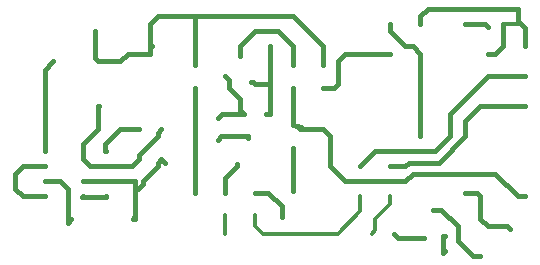
<source format=gbr>
G04 EAGLE Gerber RS-274X export*
G75*
%MOMM*%
%FSLAX34Y34*%
%LPD*%
%INTop Copper*%
%IPPOS*%
%AMOC8*
5,1,8,0,0,1.08239X$1,22.5*%
G01*
%ADD10C,0.406400*%
%ADD11C,0.304800*%


D10*
X44450Y88900D02*
X62900Y88900D01*
X44450Y88900D02*
X38100Y82550D01*
X38100Y69850D01*
X44450Y63500D01*
X62900Y63500D01*
X241300Y66650D02*
X252438Y66650D01*
X263525Y55563D01*
X263525Y46175D01*
X263550Y46150D01*
X215900Y66650D02*
X215900Y79375D01*
X225450Y88925D02*
X225450Y90600D01*
X225450Y88925D02*
X215900Y79375D01*
X142400Y69850D02*
X139700Y69850D01*
X161900Y95250D02*
X165100Y92050D01*
X114900Y76200D02*
X95250Y76200D01*
X158750Y88900D02*
X158750Y92100D01*
X161900Y95250D01*
X139700Y69850D02*
X139700Y46750D01*
X137400Y44450D01*
X139700Y69850D02*
X139700Y76200D01*
X114900Y76200D01*
X146050Y76200D02*
X158750Y88900D01*
X146050Y76200D02*
X146050Y73500D01*
X142400Y69850D01*
X139192Y44450D02*
X137400Y44450D01*
X138684Y43942D02*
X139192Y44450D01*
D11*
X215900Y47650D02*
X215900Y31750D01*
X330200Y50800D02*
X330200Y63500D01*
X330200Y50800D02*
X311150Y31750D01*
X247650Y31750D01*
X241300Y38100D01*
X241300Y47650D01*
D10*
X298450Y155600D02*
X308000Y155600D01*
X311150Y158750D01*
X311150Y177800D01*
X317500Y184150D01*
X355600Y184150D01*
X435610Y209550D02*
X438150Y207010D01*
X435610Y209550D02*
X419100Y209550D01*
X419100Y127000D02*
X419100Y114300D01*
X419100Y127000D02*
X431800Y139700D01*
X469900Y139700D01*
X368300Y88900D02*
X355600Y88900D01*
X368300Y88900D02*
X371475Y92075D01*
X396875Y92075D01*
X419100Y114300D01*
X342900Y101600D02*
X330200Y88900D01*
X342900Y101600D02*
X393700Y101600D01*
X406400Y114300D01*
X406400Y133350D01*
X438150Y165100D01*
X469900Y165100D01*
X273050Y155600D02*
X273050Y123800D01*
X279756Y121920D01*
X304800Y88900D02*
X317500Y76200D01*
X304800Y88900D02*
X304800Y114300D01*
X463550Y63500D02*
X469900Y63500D01*
X463550Y63500D02*
X444500Y82550D01*
D11*
X279400Y120650D02*
X273050Y123800D01*
D10*
X279400Y120650D02*
X298450Y120650D01*
X304800Y114300D01*
X374650Y82550D02*
X444500Y82550D01*
X374650Y82550D02*
X368300Y76200D01*
X317500Y76200D01*
X431800Y50750D02*
X431800Y44450D01*
X438150Y38100D01*
X454500Y38100D01*
X457200Y35400D01*
X431800Y50750D02*
X431800Y63500D01*
X428625Y66675D02*
X419100Y66675D01*
X428625Y66675D02*
X431800Y63500D01*
X273050Y68150D02*
X273050Y104800D01*
X273050Y174600D02*
X273050Y190500D01*
X260350Y203200D01*
X241300Y203200D01*
X228600Y190500D01*
X228600Y182450D01*
X234950Y114300D02*
X234950Y112600D01*
X234950Y114300D02*
X212700Y114300D01*
X209550Y111150D01*
X219100Y161900D02*
X215900Y165100D01*
X212750Y133350D02*
X231800Y133350D01*
X212750Y133350D02*
X209550Y130150D01*
X219100Y155550D02*
X219100Y160450D01*
X219100Y155550D02*
X228600Y146050D01*
X228600Y136550D01*
X231800Y133350D01*
X219100Y160450D02*
X219100Y161900D01*
D11*
X355600Y63500D02*
X355600Y57150D01*
X342900Y44450D01*
X342900Y34900D01*
X339750Y31750D01*
D10*
X142900Y120650D02*
X127000Y120650D01*
X114300Y107950D01*
X114300Y102200D01*
X114900Y101600D01*
X114900Y88900D02*
X136550Y88900D01*
X142900Y95250D01*
X142900Y98450D01*
X158750Y114300D01*
X158750Y117500D01*
X161900Y120650D01*
X114900Y88900D02*
X101600Y88900D01*
X95250Y95250D01*
X107950Y139700D02*
X108900Y139700D01*
X107950Y139700D02*
X107950Y120650D01*
X95250Y107950D01*
X95250Y95250D01*
X114900Y63500D02*
X114646Y63246D01*
X94996Y63246D01*
X190500Y66650D02*
X190500Y88900D01*
X190500Y155600D01*
X95250Y63500D02*
X94996Y63246D01*
X68900Y176800D02*
X69900Y177800D01*
X62900Y170800D02*
X62900Y133700D01*
X62900Y170800D02*
X68900Y176800D01*
X63500Y101600D02*
X62900Y101600D01*
X63500Y101600D02*
X63500Y133100D01*
X62900Y133700D01*
X62900Y76200D02*
X76200Y76200D01*
X82550Y69850D01*
X82550Y40800D01*
X85250Y44450D01*
X105250Y180450D02*
X105250Y203200D01*
X105250Y180450D02*
X107900Y177800D01*
X152400Y189450D02*
X153958Y191008D01*
X190500Y190500D02*
X190500Y174600D01*
X298450Y174600D02*
X298450Y190500D01*
X273050Y215900D01*
X190500Y215900D02*
X158750Y215900D01*
X190500Y215900D02*
X273050Y215900D01*
X158750Y215900D02*
X152400Y209550D01*
X190500Y215900D02*
X190500Y190500D01*
X152400Y189450D02*
X152400Y209550D01*
X127000Y177800D02*
X107900Y177800D01*
X127000Y177800D02*
X133350Y184150D01*
X152400Y184150D01*
X152400Y189450D01*
X250800Y133350D02*
X254000Y133350D01*
X254000Y158750D01*
X239600Y160450D02*
X238100Y160450D01*
X239600Y160450D02*
X241300Y158750D01*
X254000Y158750D01*
X254000Y190500D01*
X381000Y209550D02*
X381000Y215900D01*
X387350Y222250D01*
X463550Y222250D01*
X463550Y212090D01*
X466090Y209550D01*
X469900Y205740D02*
X469900Y190500D01*
X469900Y205740D02*
X466090Y209550D01*
X384175Y28575D02*
X384200Y28550D01*
X384175Y28575D02*
X361925Y28575D01*
X358750Y31750D01*
X392112Y52276D02*
X398574Y52276D01*
X412750Y38100D01*
X412750Y25400D01*
X425450Y12700D01*
X431750Y12700D01*
X431800Y12750D01*
X355600Y203200D02*
X355600Y209550D01*
X381000Y184150D02*
X381000Y114300D01*
X381000Y184150D02*
X374650Y190500D01*
X368300Y190500D01*
X355600Y203200D01*
X401613Y17438D02*
X400050Y15875D01*
X400050Y30276D02*
X401612Y30276D01*
X400050Y30276D02*
X400050Y15875D01*
X438150Y184150D02*
X444500Y184150D01*
X450850Y190500D01*
X450850Y209550D01*
D11*
X463550Y209550D01*
M02*

</source>
